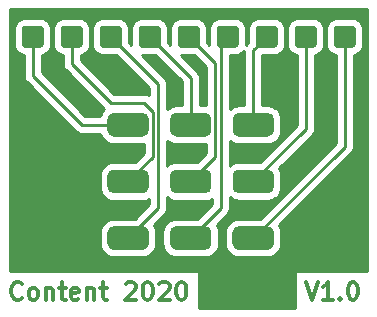
<source format=gbr>
%TF.GenerationSoftware,KiCad,Pcbnew,5.1.7*%
%TF.CreationDate,2020-10-03T21:56:47+01:00*%
%TF.ProjectId,3PDT,33504454-2e6b-4696-9361-645f70636258,V1.0*%
%TF.SameCoordinates,Original*%
%TF.FileFunction,Copper,L1,Top*%
%TF.FilePolarity,Positive*%
%FSLAX46Y46*%
G04 Gerber Fmt 4.6, Leading zero omitted, Abs format (unit mm)*
G04 Created by KiCad (PCBNEW 5.1.7) date 2020-10-03 21:56:47*
%MOMM*%
%LPD*%
G01*
G04 APERTURE LIST*
%TA.AperFunction,NonConductor*%
%ADD10C,0.300000*%
%TD*%
%TA.AperFunction,Conductor*%
%ADD11C,0.250000*%
%TD*%
%TA.AperFunction,NonConductor*%
%ADD12C,0.254000*%
%TD*%
%TA.AperFunction,NonConductor*%
%ADD13C,0.100000*%
%TD*%
G04 APERTURE END LIST*
D10*
X150622285Y-87316571D02*
X151122285Y-88816571D01*
X151622285Y-87316571D01*
X152908000Y-88816571D02*
X152050857Y-88816571D01*
X152479428Y-88816571D02*
X152479428Y-87316571D01*
X152336571Y-87530857D01*
X152193714Y-87673714D01*
X152050857Y-87745142D01*
X153550857Y-88673714D02*
X153622285Y-88745142D01*
X153550857Y-88816571D01*
X153479428Y-88745142D01*
X153550857Y-88673714D01*
X153550857Y-88816571D01*
X154550857Y-87316571D02*
X154693714Y-87316571D01*
X154836571Y-87388000D01*
X154908000Y-87459428D01*
X154979428Y-87602285D01*
X155050857Y-87888000D01*
X155050857Y-88245142D01*
X154979428Y-88530857D01*
X154908000Y-88673714D01*
X154836571Y-88745142D01*
X154693714Y-88816571D01*
X154550857Y-88816571D01*
X154408000Y-88745142D01*
X154336571Y-88673714D01*
X154265142Y-88530857D01*
X154193714Y-88245142D01*
X154193714Y-87888000D01*
X154265142Y-87602285D01*
X154336571Y-87459428D01*
X154408000Y-87388000D01*
X154550857Y-87316571D01*
X126596000Y-88673714D02*
X126524571Y-88745142D01*
X126310285Y-88816571D01*
X126167428Y-88816571D01*
X125953142Y-88745142D01*
X125810285Y-88602285D01*
X125738857Y-88459428D01*
X125667428Y-88173714D01*
X125667428Y-87959428D01*
X125738857Y-87673714D01*
X125810285Y-87530857D01*
X125953142Y-87388000D01*
X126167428Y-87316571D01*
X126310285Y-87316571D01*
X126524571Y-87388000D01*
X126596000Y-87459428D01*
X127453142Y-88816571D02*
X127310285Y-88745142D01*
X127238857Y-88673714D01*
X127167428Y-88530857D01*
X127167428Y-88102285D01*
X127238857Y-87959428D01*
X127310285Y-87888000D01*
X127453142Y-87816571D01*
X127667428Y-87816571D01*
X127810285Y-87888000D01*
X127881714Y-87959428D01*
X127953142Y-88102285D01*
X127953142Y-88530857D01*
X127881714Y-88673714D01*
X127810285Y-88745142D01*
X127667428Y-88816571D01*
X127453142Y-88816571D01*
X128596000Y-87816571D02*
X128596000Y-88816571D01*
X128596000Y-87959428D02*
X128667428Y-87888000D01*
X128810285Y-87816571D01*
X129024571Y-87816571D01*
X129167428Y-87888000D01*
X129238857Y-88030857D01*
X129238857Y-88816571D01*
X129738857Y-87816571D02*
X130310285Y-87816571D01*
X129953142Y-87316571D02*
X129953142Y-88602285D01*
X130024571Y-88745142D01*
X130167428Y-88816571D01*
X130310285Y-88816571D01*
X131381714Y-88745142D02*
X131238857Y-88816571D01*
X130953142Y-88816571D01*
X130810285Y-88745142D01*
X130738857Y-88602285D01*
X130738857Y-88030857D01*
X130810285Y-87888000D01*
X130953142Y-87816571D01*
X131238857Y-87816571D01*
X131381714Y-87888000D01*
X131453142Y-88030857D01*
X131453142Y-88173714D01*
X130738857Y-88316571D01*
X132096000Y-87816571D02*
X132096000Y-88816571D01*
X132096000Y-87959428D02*
X132167428Y-87888000D01*
X132310285Y-87816571D01*
X132524571Y-87816571D01*
X132667428Y-87888000D01*
X132738857Y-88030857D01*
X132738857Y-88816571D01*
X133238857Y-87816571D02*
X133810285Y-87816571D01*
X133453142Y-87316571D02*
X133453142Y-88602285D01*
X133524571Y-88745142D01*
X133667428Y-88816571D01*
X133810285Y-88816571D01*
X135381714Y-87459428D02*
X135453142Y-87388000D01*
X135596000Y-87316571D01*
X135953142Y-87316571D01*
X136096000Y-87388000D01*
X136167428Y-87459428D01*
X136238857Y-87602285D01*
X136238857Y-87745142D01*
X136167428Y-87959428D01*
X135310285Y-88816571D01*
X136238857Y-88816571D01*
X137167428Y-87316571D02*
X137310285Y-87316571D01*
X137453142Y-87388000D01*
X137524571Y-87459428D01*
X137596000Y-87602285D01*
X137667428Y-87888000D01*
X137667428Y-88245142D01*
X137596000Y-88530857D01*
X137524571Y-88673714D01*
X137453142Y-88745142D01*
X137310285Y-88816571D01*
X137167428Y-88816571D01*
X137024571Y-88745142D01*
X136953142Y-88673714D01*
X136881714Y-88530857D01*
X136810285Y-88245142D01*
X136810285Y-87888000D01*
X136881714Y-87602285D01*
X136953142Y-87459428D01*
X137024571Y-87388000D01*
X137167428Y-87316571D01*
X138238857Y-87459428D02*
X138310285Y-87388000D01*
X138453142Y-87316571D01*
X138810285Y-87316571D01*
X138953142Y-87388000D01*
X139024571Y-87459428D01*
X139096000Y-87602285D01*
X139096000Y-87745142D01*
X139024571Y-87959428D01*
X138167428Y-88816571D01*
X139096000Y-88816571D01*
X140024571Y-87316571D02*
X140167428Y-87316571D01*
X140310285Y-87388000D01*
X140381714Y-87459428D01*
X140453142Y-87602285D01*
X140524571Y-87888000D01*
X140524571Y-88245142D01*
X140453142Y-88530857D01*
X140381714Y-88673714D01*
X140310285Y-88745142D01*
X140167428Y-88816571D01*
X140024571Y-88816571D01*
X139881714Y-88745142D01*
X139810285Y-88673714D01*
X139738857Y-88530857D01*
X139667428Y-88245142D01*
X139667428Y-87888000D01*
X139738857Y-87602285D01*
X139810285Y-87459428D01*
X139881714Y-87388000D01*
X140024571Y-87316571D01*
%TO.P,J1,1*%
%TO.N,Net-(J1-Pad1)*%
%TA.AperFunction,ComponentPad*%
G36*
G01*
X126583000Y-67223001D02*
X126583000Y-65872999D01*
G75*
G02*
X126832999Y-65623000I249999J0D01*
G01*
X128183001Y-65623000D01*
G75*
G02*
X128433000Y-65872999I0J-249999D01*
G01*
X128433000Y-67223001D01*
G75*
G02*
X128183001Y-67473000I-249999J0D01*
G01*
X126832999Y-67473000D01*
G75*
G02*
X126583000Y-67223001I0J249999D01*
G01*
G37*
%TD.AperFunction*%
%TD*%
%TO.P,J2,1*%
%TO.N,Net-(J2-Pad1)*%
%TA.AperFunction,ComponentPad*%
G36*
G01*
X129885000Y-67223001D02*
X129885000Y-65872999D01*
G75*
G02*
X130134999Y-65623000I249999J0D01*
G01*
X131485001Y-65623000D01*
G75*
G02*
X131735000Y-65872999I0J-249999D01*
G01*
X131735000Y-67223001D01*
G75*
G02*
X131485001Y-67473000I-249999J0D01*
G01*
X130134999Y-67473000D01*
G75*
G02*
X129885000Y-67223001I0J249999D01*
G01*
G37*
%TD.AperFunction*%
%TD*%
%TO.P,J3,1*%
%TO.N,Net-(J3-Pad1)*%
%TA.AperFunction,ComponentPad*%
G36*
G01*
X133187000Y-67223001D02*
X133187000Y-65872999D01*
G75*
G02*
X133436999Y-65623000I249999J0D01*
G01*
X134787001Y-65623000D01*
G75*
G02*
X135037000Y-65872999I0J-249999D01*
G01*
X135037000Y-67223001D01*
G75*
G02*
X134787001Y-67473000I-249999J0D01*
G01*
X133436999Y-67473000D01*
G75*
G02*
X133187000Y-67223001I0J249999D01*
G01*
G37*
%TD.AperFunction*%
%TD*%
%TO.P,J4,1*%
%TO.N,Net-(J4-Pad1)*%
%TA.AperFunction,ComponentPad*%
G36*
G01*
X136489000Y-67223001D02*
X136489000Y-65872999D01*
G75*
G02*
X136738999Y-65623000I249999J0D01*
G01*
X138089001Y-65623000D01*
G75*
G02*
X138339000Y-65872999I0J-249999D01*
G01*
X138339000Y-67223001D01*
G75*
G02*
X138089001Y-67473000I-249999J0D01*
G01*
X136738999Y-67473000D01*
G75*
G02*
X136489000Y-67223001I0J249999D01*
G01*
G37*
%TD.AperFunction*%
%TD*%
%TO.P,J5,1*%
%TO.N,Net-(J5-Pad1)*%
%TA.AperFunction,ComponentPad*%
G36*
G01*
X139791000Y-67223001D02*
X139791000Y-65872999D01*
G75*
G02*
X140040999Y-65623000I249999J0D01*
G01*
X141391001Y-65623000D01*
G75*
G02*
X141641000Y-65872999I0J-249999D01*
G01*
X141641000Y-67223001D01*
G75*
G02*
X141391001Y-67473000I-249999J0D01*
G01*
X140040999Y-67473000D01*
G75*
G02*
X139791000Y-67223001I0J249999D01*
G01*
G37*
%TD.AperFunction*%
%TD*%
%TO.P,J6,1*%
%TO.N,Net-(J6-Pad1)*%
%TA.AperFunction,ComponentPad*%
G36*
G01*
X143093000Y-67223001D02*
X143093000Y-65872999D01*
G75*
G02*
X143342999Y-65623000I249999J0D01*
G01*
X144693001Y-65623000D01*
G75*
G02*
X144943000Y-65872999I0J-249999D01*
G01*
X144943000Y-67223001D01*
G75*
G02*
X144693001Y-67473000I-249999J0D01*
G01*
X143342999Y-67473000D01*
G75*
G02*
X143093000Y-67223001I0J249999D01*
G01*
G37*
%TD.AperFunction*%
%TD*%
%TO.P,J7,1*%
%TO.N,Net-(J7-Pad1)*%
%TA.AperFunction,ComponentPad*%
G36*
G01*
X146395000Y-67223001D02*
X146395000Y-65872999D01*
G75*
G02*
X146644999Y-65623000I249999J0D01*
G01*
X147995001Y-65623000D01*
G75*
G02*
X148245000Y-65872999I0J-249999D01*
G01*
X148245000Y-67223001D01*
G75*
G02*
X147995001Y-67473000I-249999J0D01*
G01*
X146644999Y-67473000D01*
G75*
G02*
X146395000Y-67223001I0J249999D01*
G01*
G37*
%TD.AperFunction*%
%TD*%
%TO.P,J8,1*%
%TO.N,Net-(J8-Pad1)*%
%TA.AperFunction,ComponentPad*%
G36*
G01*
X149697000Y-67223001D02*
X149697000Y-65872999D01*
G75*
G02*
X149946999Y-65623000I249999J0D01*
G01*
X151297001Y-65623000D01*
G75*
G02*
X151547000Y-65872999I0J-249999D01*
G01*
X151547000Y-67223001D01*
G75*
G02*
X151297001Y-67473000I-249999J0D01*
G01*
X149946999Y-67473000D01*
G75*
G02*
X149697000Y-67223001I0J249999D01*
G01*
G37*
%TD.AperFunction*%
%TD*%
%TO.P,J9,1*%
%TO.N,Net-(J9-Pad1)*%
%TA.AperFunction,ComponentPad*%
G36*
G01*
X152999000Y-67223001D02*
X152999000Y-65872999D01*
G75*
G02*
X153248999Y-65623000I249999J0D01*
G01*
X154599001Y-65623000D01*
G75*
G02*
X154849000Y-65872999I0J-249999D01*
G01*
X154849000Y-67223001D01*
G75*
G02*
X154599001Y-67473000I-249999J0D01*
G01*
X153248999Y-67473000D01*
G75*
G02*
X152999000Y-67223001I0J249999D01*
G01*
G37*
%TD.AperFunction*%
%TD*%
%TO.P,sw1,A1*%
%TO.N,Net-(J1-Pad1)*%
%TA.AperFunction,ComponentPad*%
G36*
G01*
X133840280Y-74498420D02*
X133840280Y-73498420D01*
G75*
G02*
X134340280Y-72998420I500000J0D01*
G01*
X136840280Y-72998420D01*
G75*
G02*
X137340280Y-73498420I0J-500000D01*
G01*
X137340280Y-74498420D01*
G75*
G02*
X136840280Y-74998420I-500000J0D01*
G01*
X134340280Y-74998420D01*
G75*
G02*
X133840280Y-74498420I0J500000D01*
G01*
G37*
%TD.AperFunction*%
%TO.P,sw1,A2*%
%TO.N,Net-(J2-Pad1)*%
%TA.AperFunction,ComponentPad*%
G36*
G01*
X133837740Y-79299020D02*
X133837740Y-78299020D01*
G75*
G02*
X134337740Y-77799020I500000J0D01*
G01*
X136837740Y-77799020D01*
G75*
G02*
X137337740Y-78299020I0J-500000D01*
G01*
X137337740Y-79299020D01*
G75*
G02*
X136837740Y-79799020I-500000J0D01*
G01*
X134337740Y-79799020D01*
G75*
G02*
X133837740Y-79299020I0J500000D01*
G01*
G37*
%TD.AperFunction*%
%TO.P,sw1,A3*%
%TO.N,Net-(J3-Pad1)*%
%TA.AperFunction,ComponentPad*%
G36*
G01*
X133838720Y-84093940D02*
X133838720Y-83093940D01*
G75*
G02*
X134338720Y-82593940I500000J0D01*
G01*
X136838720Y-82593940D01*
G75*
G02*
X137338720Y-83093940I0J-500000D01*
G01*
X137338720Y-84093940D01*
G75*
G02*
X136838720Y-84593940I-500000J0D01*
G01*
X134338720Y-84593940D01*
G75*
G02*
X133838720Y-84093940I0J500000D01*
G01*
G37*
%TD.AperFunction*%
%TO.P,sw1,B1*%
%TO.N,Net-(J4-Pad1)*%
%TA.AperFunction,ComponentPad*%
G36*
G01*
X139138720Y-74495880D02*
X139138720Y-73495880D01*
G75*
G02*
X139638720Y-72995880I500000J0D01*
G01*
X142138720Y-72995880D01*
G75*
G02*
X142638720Y-73495880I0J-500000D01*
G01*
X142638720Y-74495880D01*
G75*
G02*
X142138720Y-74995880I-500000J0D01*
G01*
X139638720Y-74995880D01*
G75*
G02*
X139138720Y-74495880I0J500000D01*
G01*
G37*
%TD.AperFunction*%
%TO.P,sw1,C2*%
%TO.N,Net-(J8-Pad1)*%
%TA.AperFunction,ComponentPad*%
G36*
G01*
X144432080Y-79295880D02*
X144432080Y-78295880D01*
G75*
G02*
X144932080Y-77795880I500000J0D01*
G01*
X147432080Y-77795880D01*
G75*
G02*
X147932080Y-78295880I0J-500000D01*
G01*
X147932080Y-79295880D01*
G75*
G02*
X147432080Y-79795880I-500000J0D01*
G01*
X144932080Y-79795880D01*
G75*
G02*
X144432080Y-79295880I0J500000D01*
G01*
G37*
%TD.AperFunction*%
%TO.P,sw1,B2*%
%TO.N,Net-(J5-Pad1)*%
%TA.AperFunction,ComponentPad*%
G36*
G01*
X139134520Y-79298420D02*
X139134520Y-78298420D01*
G75*
G02*
X139634520Y-77798420I500000J0D01*
G01*
X142134520Y-77798420D01*
G75*
G02*
X142634520Y-78298420I0J-500000D01*
G01*
X142634520Y-79298420D01*
G75*
G02*
X142134520Y-79798420I-500000J0D01*
G01*
X139634520Y-79798420D01*
G75*
G02*
X139134520Y-79298420I0J500000D01*
G01*
G37*
%TD.AperFunction*%
%TO.P,sw1,B3*%
%TO.N,Net-(J6-Pad1)*%
%TA.AperFunction,ComponentPad*%
G36*
G01*
X139133640Y-84086320D02*
X139133640Y-83086320D01*
G75*
G02*
X139633640Y-82586320I500000J0D01*
G01*
X142133640Y-82586320D01*
G75*
G02*
X142633640Y-83086320I0J-500000D01*
G01*
X142633640Y-84086320D01*
G75*
G02*
X142133640Y-84586320I-500000J0D01*
G01*
X139633640Y-84586320D01*
G75*
G02*
X139133640Y-84086320I0J500000D01*
G01*
G37*
%TD.AperFunction*%
%TO.P,sw1,C3*%
%TO.N,Net-(J9-Pad1)*%
%TA.AperFunction,ComponentPad*%
G36*
G01*
X144424460Y-84096480D02*
X144424460Y-83096480D01*
G75*
G02*
X144924460Y-82596480I500000J0D01*
G01*
X147424460Y-82596480D01*
G75*
G02*
X147924460Y-83096480I0J-500000D01*
G01*
X147924460Y-84096480D01*
G75*
G02*
X147424460Y-84596480I-500000J0D01*
G01*
X144924460Y-84596480D01*
G75*
G02*
X144424460Y-84096480I0J500000D01*
G01*
G37*
%TD.AperFunction*%
%TO.P,sw1,C1*%
%TO.N,Net-(J7-Pad1)*%
%TA.AperFunction,ComponentPad*%
G36*
G01*
X144431240Y-74496480D02*
X144431240Y-73496480D01*
G75*
G02*
X144931240Y-72996480I500000J0D01*
G01*
X147431240Y-72996480D01*
G75*
G02*
X147931240Y-73496480I0J-500000D01*
G01*
X147931240Y-74496480D01*
G75*
G02*
X147431240Y-74996480I-500000J0D01*
G01*
X144931240Y-74996480D01*
G75*
G02*
X144431240Y-74496480I0J500000D01*
G01*
G37*
%TD.AperFunction*%
%TD*%
D11*
%TO.N,Net-(J1-Pad1)*%
X135590280Y-73998420D02*
X131656420Y-73998420D01*
X127508000Y-69850000D02*
X127508000Y-66548000D01*
X131656420Y-73998420D02*
X127508000Y-69850000D01*
%TO.N,Net-(J2-Pad1)*%
X137665290Y-72895290D02*
X136909699Y-72139699D01*
X135587740Y-78799020D02*
X137665290Y-76721470D01*
X137665290Y-76721470D02*
X137665290Y-72895290D01*
X136909699Y-72139699D02*
X134115699Y-72139699D01*
X130810000Y-68834000D02*
X130810000Y-66548000D01*
X134115699Y-72139699D02*
X130810000Y-68834000D01*
%TO.N,Net-(J3-Pad1)*%
X138115300Y-70551300D02*
X134112000Y-66548000D01*
X138115300Y-81067360D02*
X138115300Y-70551300D01*
X135588720Y-83593940D02*
X138115300Y-81067360D01*
%TO.N,Net-(J4-Pad1)*%
X140888720Y-70022720D02*
X137414000Y-66548000D01*
X140888720Y-73995880D02*
X140888720Y-70022720D01*
%TO.N,Net-(J5-Pad1)*%
X142963730Y-68795730D02*
X140716000Y-66548000D01*
X142963730Y-76719210D02*
X142963730Y-68795730D01*
X140884520Y-78798420D02*
X142963730Y-76719210D01*
%TO.N,Net-(J6-Pad1)*%
X143413740Y-81056220D02*
X143413740Y-67152260D01*
X143413740Y-67152260D02*
X144018000Y-66548000D01*
X140883640Y-83586320D02*
X143413740Y-81056220D01*
%TO.N,Net-(J7-Pad1)*%
X146181240Y-67686760D02*
X147320000Y-66548000D01*
X146181240Y-73996480D02*
X146181240Y-67686760D01*
%TO.N,Net-(J8-Pad1)*%
X150622000Y-74355960D02*
X150622000Y-66548000D01*
X146182080Y-78795880D02*
X150622000Y-74355960D01*
%TO.N,Net-(J9-Pad1)*%
X153924000Y-75846940D02*
X153924000Y-66548000D01*
X146174460Y-83596480D02*
X153924000Y-75846940D01*
%TD*%
D12*
X155804001Y-86348000D02*
X149694429Y-86348000D01*
X149694429Y-89510000D01*
X141595286Y-89510000D01*
X141595286Y-86348000D01*
X125628000Y-86348000D01*
X125628000Y-65872999D01*
X125944928Y-65872999D01*
X125944928Y-67223001D01*
X125961992Y-67396255D01*
X126012528Y-67562851D01*
X126094595Y-67716387D01*
X126205038Y-67850962D01*
X126339613Y-67961405D01*
X126493149Y-68043472D01*
X126659745Y-68094008D01*
X126748001Y-68102700D01*
X126748000Y-69812677D01*
X126744324Y-69850000D01*
X126748000Y-69887322D01*
X126748000Y-69887332D01*
X126758997Y-69998985D01*
X126766197Y-70022719D01*
X126802454Y-70142246D01*
X126873026Y-70274276D01*
X126906420Y-70314966D01*
X126967999Y-70390001D01*
X126997003Y-70413804D01*
X131092621Y-74509423D01*
X131116419Y-74538421D01*
X131232144Y-74633394D01*
X131364173Y-74703966D01*
X131507434Y-74747423D01*
X131619087Y-74758420D01*
X131619097Y-74758420D01*
X131656420Y-74762096D01*
X131693743Y-74758420D01*
X133235595Y-74758420D01*
X133288839Y-74933941D01*
X133394008Y-75130699D01*
X133535542Y-75303158D01*
X133708001Y-75444692D01*
X133904759Y-75549861D01*
X134118253Y-75614624D01*
X134340280Y-75636492D01*
X136840280Y-75636492D01*
X136905290Y-75630089D01*
X136905290Y-76406667D01*
X136151010Y-77160948D01*
X134337740Y-77160948D01*
X134115713Y-77182816D01*
X133902219Y-77247579D01*
X133705461Y-77352748D01*
X133533002Y-77494282D01*
X133391468Y-77666741D01*
X133286299Y-77863499D01*
X133221536Y-78076993D01*
X133199668Y-78299020D01*
X133199668Y-79299020D01*
X133221536Y-79521047D01*
X133286299Y-79734541D01*
X133391468Y-79931299D01*
X133533002Y-80103758D01*
X133705461Y-80245292D01*
X133902219Y-80350461D01*
X134115713Y-80415224D01*
X134337740Y-80437092D01*
X136837740Y-80437092D01*
X137059767Y-80415224D01*
X137273261Y-80350461D01*
X137355300Y-80306610D01*
X137355300Y-80752558D01*
X136151991Y-81955868D01*
X134338720Y-81955868D01*
X134116693Y-81977736D01*
X133903199Y-82042499D01*
X133706441Y-82147668D01*
X133533982Y-82289202D01*
X133392448Y-82461661D01*
X133287279Y-82658419D01*
X133222516Y-82871913D01*
X133200648Y-83093940D01*
X133200648Y-84093940D01*
X133222516Y-84315967D01*
X133287279Y-84529461D01*
X133392448Y-84726219D01*
X133533982Y-84898678D01*
X133706441Y-85040212D01*
X133903199Y-85145381D01*
X134116693Y-85210144D01*
X134338720Y-85232012D01*
X136838720Y-85232012D01*
X137060747Y-85210144D01*
X137274241Y-85145381D01*
X137470999Y-85040212D01*
X137643458Y-84898678D01*
X137784992Y-84726219D01*
X137890161Y-84529461D01*
X137954924Y-84315967D01*
X137976792Y-84093940D01*
X137976792Y-83093940D01*
X137954924Y-82871913D01*
X137890161Y-82658419D01*
X137788757Y-82468705D01*
X138626304Y-81631158D01*
X138655301Y-81607361D01*
X138750274Y-81491636D01*
X138820846Y-81359607D01*
X138864303Y-81216346D01*
X138875300Y-81104693D01*
X138875300Y-81104685D01*
X138878976Y-81067360D01*
X138875300Y-81030035D01*
X138875300Y-80140514D01*
X139002241Y-80244692D01*
X139198999Y-80349861D01*
X139412493Y-80414624D01*
X139634520Y-80436492D01*
X142134520Y-80436492D01*
X142356547Y-80414624D01*
X142570041Y-80349861D01*
X142653740Y-80305123D01*
X142653740Y-80741418D01*
X141446911Y-81948248D01*
X139633640Y-81948248D01*
X139411613Y-81970116D01*
X139198119Y-82034879D01*
X139001361Y-82140048D01*
X138828902Y-82281582D01*
X138687368Y-82454041D01*
X138582199Y-82650799D01*
X138517436Y-82864293D01*
X138495568Y-83086320D01*
X138495568Y-84086320D01*
X138517436Y-84308347D01*
X138582199Y-84521841D01*
X138687368Y-84718599D01*
X138828902Y-84891058D01*
X139001361Y-85032592D01*
X139198119Y-85137761D01*
X139411613Y-85202524D01*
X139633640Y-85224392D01*
X142133640Y-85224392D01*
X142355667Y-85202524D01*
X142569161Y-85137761D01*
X142765919Y-85032592D01*
X142938378Y-84891058D01*
X143079912Y-84718599D01*
X143185081Y-84521841D01*
X143249844Y-84308347D01*
X143271712Y-84086320D01*
X143271712Y-83096480D01*
X143786388Y-83096480D01*
X143786388Y-84096480D01*
X143808256Y-84318507D01*
X143873019Y-84532001D01*
X143978188Y-84728759D01*
X144119722Y-84901218D01*
X144292181Y-85042752D01*
X144488939Y-85147921D01*
X144702433Y-85212684D01*
X144924460Y-85234552D01*
X147424460Y-85234552D01*
X147646487Y-85212684D01*
X147859981Y-85147921D01*
X148056739Y-85042752D01*
X148229198Y-84901218D01*
X148370732Y-84728759D01*
X148475901Y-84532001D01*
X148540664Y-84318507D01*
X148562532Y-84096480D01*
X148562532Y-83096480D01*
X148540664Y-82874453D01*
X148475901Y-82660959D01*
X148374497Y-82471244D01*
X154435004Y-76410738D01*
X154464001Y-76386941D01*
X154558974Y-76271216D01*
X154629546Y-76139187D01*
X154673003Y-75995926D01*
X154684000Y-75884273D01*
X154684000Y-75884272D01*
X154687677Y-75846940D01*
X154684000Y-75809607D01*
X154684000Y-68102700D01*
X154772255Y-68094008D01*
X154938851Y-68043472D01*
X155092387Y-67961405D01*
X155226962Y-67850962D01*
X155337405Y-67716387D01*
X155419472Y-67562851D01*
X155470008Y-67396255D01*
X155487072Y-67223001D01*
X155487072Y-65872999D01*
X155470008Y-65699745D01*
X155419472Y-65533149D01*
X155337405Y-65379613D01*
X155226962Y-65245038D01*
X155092387Y-65134595D01*
X154938851Y-65052528D01*
X154772255Y-65001992D01*
X154599001Y-64984928D01*
X153248999Y-64984928D01*
X153075745Y-65001992D01*
X152909149Y-65052528D01*
X152755613Y-65134595D01*
X152621038Y-65245038D01*
X152510595Y-65379613D01*
X152428528Y-65533149D01*
X152377992Y-65699745D01*
X152360928Y-65872999D01*
X152360928Y-67223001D01*
X152377992Y-67396255D01*
X152428528Y-67562851D01*
X152510595Y-67716387D01*
X152621038Y-67850962D01*
X152755613Y-67961405D01*
X152909149Y-68043472D01*
X153075745Y-68094008D01*
X153164001Y-68102700D01*
X153164000Y-75532138D01*
X146737731Y-81958408D01*
X144924460Y-81958408D01*
X144702433Y-81980276D01*
X144488939Y-82045039D01*
X144292181Y-82150208D01*
X144119722Y-82291742D01*
X143978188Y-82464201D01*
X143873019Y-82660959D01*
X143808256Y-82874453D01*
X143786388Y-83096480D01*
X143271712Y-83096480D01*
X143271712Y-83086320D01*
X143249844Y-82864293D01*
X143185081Y-82650799D01*
X143083677Y-82461085D01*
X143924744Y-81620018D01*
X143953741Y-81596221D01*
X144048714Y-81480496D01*
X144119286Y-81348467D01*
X144162743Y-81205206D01*
X144173740Y-81093553D01*
X144173740Y-81093545D01*
X144177416Y-81056220D01*
X144173740Y-81018895D01*
X144173740Y-80138696D01*
X144299801Y-80242152D01*
X144496559Y-80347321D01*
X144710053Y-80412084D01*
X144932080Y-80433952D01*
X147432080Y-80433952D01*
X147654107Y-80412084D01*
X147867601Y-80347321D01*
X148064359Y-80242152D01*
X148236818Y-80100618D01*
X148378352Y-79928159D01*
X148483521Y-79731401D01*
X148548284Y-79517907D01*
X148570152Y-79295880D01*
X148570152Y-78295880D01*
X148548284Y-78073853D01*
X148483521Y-77860359D01*
X148382117Y-77670645D01*
X151133004Y-74919758D01*
X151162001Y-74895961D01*
X151188332Y-74863877D01*
X151256974Y-74780237D01*
X151327546Y-74648207D01*
X151332810Y-74630854D01*
X151371003Y-74504946D01*
X151382000Y-74393293D01*
X151382000Y-74393284D01*
X151385676Y-74355961D01*
X151382000Y-74318638D01*
X151382000Y-68102700D01*
X151470255Y-68094008D01*
X151636851Y-68043472D01*
X151790387Y-67961405D01*
X151924962Y-67850962D01*
X152035405Y-67716387D01*
X152117472Y-67562851D01*
X152168008Y-67396255D01*
X152185072Y-67223001D01*
X152185072Y-65872999D01*
X152168008Y-65699745D01*
X152117472Y-65533149D01*
X152035405Y-65379613D01*
X151924962Y-65245038D01*
X151790387Y-65134595D01*
X151636851Y-65052528D01*
X151470255Y-65001992D01*
X151297001Y-64984928D01*
X149946999Y-64984928D01*
X149773745Y-65001992D01*
X149607149Y-65052528D01*
X149453613Y-65134595D01*
X149319038Y-65245038D01*
X149208595Y-65379613D01*
X149126528Y-65533149D01*
X149075992Y-65699745D01*
X149058928Y-65872999D01*
X149058928Y-67223001D01*
X149075992Y-67396255D01*
X149126528Y-67562851D01*
X149208595Y-67716387D01*
X149319038Y-67850962D01*
X149453613Y-67961405D01*
X149607149Y-68043472D01*
X149773745Y-68094008D01*
X149862001Y-68102700D01*
X149862000Y-74041158D01*
X146745351Y-77157808D01*
X144932080Y-77157808D01*
X144710053Y-77179676D01*
X144496559Y-77244439D01*
X144299801Y-77349608D01*
X144173740Y-77453064D01*
X144173740Y-75339985D01*
X144298961Y-75442752D01*
X144495719Y-75547921D01*
X144709213Y-75612684D01*
X144931240Y-75634552D01*
X147431240Y-75634552D01*
X147653267Y-75612684D01*
X147866761Y-75547921D01*
X148063519Y-75442752D01*
X148235978Y-75301218D01*
X148377512Y-75128759D01*
X148482681Y-74932001D01*
X148547444Y-74718507D01*
X148569312Y-74496480D01*
X148569312Y-73496480D01*
X148547444Y-73274453D01*
X148482681Y-73060959D01*
X148377512Y-72864201D01*
X148235978Y-72691742D01*
X148063519Y-72550208D01*
X147866761Y-72445039D01*
X147653267Y-72380276D01*
X147431240Y-72358408D01*
X146941240Y-72358408D01*
X146941240Y-68111072D01*
X147995001Y-68111072D01*
X148168255Y-68094008D01*
X148334851Y-68043472D01*
X148488387Y-67961405D01*
X148622962Y-67850962D01*
X148733405Y-67716387D01*
X148815472Y-67562851D01*
X148866008Y-67396255D01*
X148883072Y-67223001D01*
X148883072Y-65872999D01*
X148866008Y-65699745D01*
X148815472Y-65533149D01*
X148733405Y-65379613D01*
X148622962Y-65245038D01*
X148488387Y-65134595D01*
X148334851Y-65052528D01*
X148168255Y-65001992D01*
X147995001Y-64984928D01*
X146644999Y-64984928D01*
X146471745Y-65001992D01*
X146305149Y-65052528D01*
X146151613Y-65134595D01*
X146017038Y-65245038D01*
X145906595Y-65379613D01*
X145824528Y-65533149D01*
X145773992Y-65699745D01*
X145756928Y-65872999D01*
X145756928Y-67036271D01*
X145670238Y-67122961D01*
X145641240Y-67146759D01*
X145617442Y-67175757D01*
X145617441Y-67175758D01*
X145581072Y-67220073D01*
X145581072Y-65872999D01*
X145564008Y-65699745D01*
X145513472Y-65533149D01*
X145431405Y-65379613D01*
X145320962Y-65245038D01*
X145186387Y-65134595D01*
X145032851Y-65052528D01*
X144866255Y-65001992D01*
X144693001Y-64984928D01*
X143342999Y-64984928D01*
X143169745Y-65001992D01*
X143003149Y-65052528D01*
X142849613Y-65134595D01*
X142715038Y-65245038D01*
X142604595Y-65379613D01*
X142522528Y-65533149D01*
X142471992Y-65699745D01*
X142454928Y-65872999D01*
X142454928Y-67212126D01*
X142279072Y-67036271D01*
X142279072Y-65872999D01*
X142262008Y-65699745D01*
X142211472Y-65533149D01*
X142129405Y-65379613D01*
X142018962Y-65245038D01*
X141884387Y-65134595D01*
X141730851Y-65052528D01*
X141564255Y-65001992D01*
X141391001Y-64984928D01*
X140040999Y-64984928D01*
X139867745Y-65001992D01*
X139701149Y-65052528D01*
X139547613Y-65134595D01*
X139413038Y-65245038D01*
X139302595Y-65379613D01*
X139220528Y-65533149D01*
X139169992Y-65699745D01*
X139152928Y-65872999D01*
X139152928Y-67212127D01*
X138977072Y-67036271D01*
X138977072Y-65872999D01*
X138960008Y-65699745D01*
X138909472Y-65533149D01*
X138827405Y-65379613D01*
X138716962Y-65245038D01*
X138582387Y-65134595D01*
X138428851Y-65052528D01*
X138262255Y-65001992D01*
X138089001Y-64984928D01*
X136738999Y-64984928D01*
X136565745Y-65001992D01*
X136399149Y-65052528D01*
X136245613Y-65134595D01*
X136111038Y-65245038D01*
X136000595Y-65379613D01*
X135918528Y-65533149D01*
X135867992Y-65699745D01*
X135850928Y-65872999D01*
X135850928Y-67212127D01*
X135675072Y-67036271D01*
X135675072Y-65872999D01*
X135658008Y-65699745D01*
X135607472Y-65533149D01*
X135525405Y-65379613D01*
X135414962Y-65245038D01*
X135280387Y-65134595D01*
X135126851Y-65052528D01*
X134960255Y-65001992D01*
X134787001Y-64984928D01*
X133436999Y-64984928D01*
X133263745Y-65001992D01*
X133097149Y-65052528D01*
X132943613Y-65134595D01*
X132809038Y-65245038D01*
X132698595Y-65379613D01*
X132616528Y-65533149D01*
X132565992Y-65699745D01*
X132548928Y-65872999D01*
X132548928Y-67223001D01*
X132565992Y-67396255D01*
X132616528Y-67562851D01*
X132698595Y-67716387D01*
X132809038Y-67850962D01*
X132943613Y-67961405D01*
X133097149Y-68043472D01*
X133263745Y-68094008D01*
X133436999Y-68111072D01*
X134600271Y-68111072D01*
X137355301Y-70866103D01*
X137355301Y-71522227D01*
X137333975Y-71504725D01*
X137201946Y-71434153D01*
X137058685Y-71390696D01*
X136947032Y-71379699D01*
X136947021Y-71379699D01*
X136909699Y-71376023D01*
X136872377Y-71379699D01*
X134430501Y-71379699D01*
X131570000Y-68519199D01*
X131570000Y-68102700D01*
X131658255Y-68094008D01*
X131824851Y-68043472D01*
X131978387Y-67961405D01*
X132112962Y-67850962D01*
X132223405Y-67716387D01*
X132305472Y-67562851D01*
X132356008Y-67396255D01*
X132373072Y-67223001D01*
X132373072Y-65872999D01*
X132356008Y-65699745D01*
X132305472Y-65533149D01*
X132223405Y-65379613D01*
X132112962Y-65245038D01*
X131978387Y-65134595D01*
X131824851Y-65052528D01*
X131658255Y-65001992D01*
X131485001Y-64984928D01*
X130134999Y-64984928D01*
X129961745Y-65001992D01*
X129795149Y-65052528D01*
X129641613Y-65134595D01*
X129507038Y-65245038D01*
X129396595Y-65379613D01*
X129314528Y-65533149D01*
X129263992Y-65699745D01*
X129246928Y-65872999D01*
X129246928Y-67223001D01*
X129263992Y-67396255D01*
X129314528Y-67562851D01*
X129396595Y-67716387D01*
X129507038Y-67850962D01*
X129641613Y-67961405D01*
X129795149Y-68043472D01*
X129961745Y-68094008D01*
X130050000Y-68102700D01*
X130050000Y-68796677D01*
X130046324Y-68834000D01*
X130050000Y-68871322D01*
X130050000Y-68871332D01*
X130060997Y-68982985D01*
X130092344Y-69086324D01*
X130104454Y-69126246D01*
X130175026Y-69258276D01*
X130197944Y-69286201D01*
X130269999Y-69374001D01*
X130299003Y-69397804D01*
X133551899Y-72650701D01*
X133566394Y-72668363D01*
X133535542Y-72693682D01*
X133394008Y-72866141D01*
X133288839Y-73062899D01*
X133235595Y-73238420D01*
X131971222Y-73238420D01*
X128268000Y-69535199D01*
X128268000Y-68102700D01*
X128356255Y-68094008D01*
X128522851Y-68043472D01*
X128676387Y-67961405D01*
X128810962Y-67850962D01*
X128921405Y-67716387D01*
X129003472Y-67562851D01*
X129054008Y-67396255D01*
X129071072Y-67223001D01*
X129071072Y-65872999D01*
X129054008Y-65699745D01*
X129003472Y-65533149D01*
X128921405Y-65379613D01*
X128810962Y-65245038D01*
X128676387Y-65134595D01*
X128522851Y-65052528D01*
X128356255Y-65001992D01*
X128183001Y-64984928D01*
X126832999Y-64984928D01*
X126659745Y-65001992D01*
X126493149Y-65052528D01*
X126339613Y-65134595D01*
X126205038Y-65245038D01*
X126094595Y-65379613D01*
X126012528Y-65533149D01*
X125961992Y-65699745D01*
X125944928Y-65872999D01*
X125628000Y-65872999D01*
X125628000Y-64160000D01*
X155804000Y-64160000D01*
X155804001Y-86348000D01*
%TA.AperFunction,NonConductor*%
D13*
G36*
X155804001Y-86348000D02*
G01*
X149694429Y-86348000D01*
X149694429Y-89510000D01*
X141595286Y-89510000D01*
X141595286Y-86348000D01*
X125628000Y-86348000D01*
X125628000Y-65872999D01*
X125944928Y-65872999D01*
X125944928Y-67223001D01*
X125961992Y-67396255D01*
X126012528Y-67562851D01*
X126094595Y-67716387D01*
X126205038Y-67850962D01*
X126339613Y-67961405D01*
X126493149Y-68043472D01*
X126659745Y-68094008D01*
X126748001Y-68102700D01*
X126748000Y-69812677D01*
X126744324Y-69850000D01*
X126748000Y-69887322D01*
X126748000Y-69887332D01*
X126758997Y-69998985D01*
X126766197Y-70022719D01*
X126802454Y-70142246D01*
X126873026Y-70274276D01*
X126906420Y-70314966D01*
X126967999Y-70390001D01*
X126997003Y-70413804D01*
X131092621Y-74509423D01*
X131116419Y-74538421D01*
X131232144Y-74633394D01*
X131364173Y-74703966D01*
X131507434Y-74747423D01*
X131619087Y-74758420D01*
X131619097Y-74758420D01*
X131656420Y-74762096D01*
X131693743Y-74758420D01*
X133235595Y-74758420D01*
X133288839Y-74933941D01*
X133394008Y-75130699D01*
X133535542Y-75303158D01*
X133708001Y-75444692D01*
X133904759Y-75549861D01*
X134118253Y-75614624D01*
X134340280Y-75636492D01*
X136840280Y-75636492D01*
X136905290Y-75630089D01*
X136905290Y-76406667D01*
X136151010Y-77160948D01*
X134337740Y-77160948D01*
X134115713Y-77182816D01*
X133902219Y-77247579D01*
X133705461Y-77352748D01*
X133533002Y-77494282D01*
X133391468Y-77666741D01*
X133286299Y-77863499D01*
X133221536Y-78076993D01*
X133199668Y-78299020D01*
X133199668Y-79299020D01*
X133221536Y-79521047D01*
X133286299Y-79734541D01*
X133391468Y-79931299D01*
X133533002Y-80103758D01*
X133705461Y-80245292D01*
X133902219Y-80350461D01*
X134115713Y-80415224D01*
X134337740Y-80437092D01*
X136837740Y-80437092D01*
X137059767Y-80415224D01*
X137273261Y-80350461D01*
X137355300Y-80306610D01*
X137355300Y-80752558D01*
X136151991Y-81955868D01*
X134338720Y-81955868D01*
X134116693Y-81977736D01*
X133903199Y-82042499D01*
X133706441Y-82147668D01*
X133533982Y-82289202D01*
X133392448Y-82461661D01*
X133287279Y-82658419D01*
X133222516Y-82871913D01*
X133200648Y-83093940D01*
X133200648Y-84093940D01*
X133222516Y-84315967D01*
X133287279Y-84529461D01*
X133392448Y-84726219D01*
X133533982Y-84898678D01*
X133706441Y-85040212D01*
X133903199Y-85145381D01*
X134116693Y-85210144D01*
X134338720Y-85232012D01*
X136838720Y-85232012D01*
X137060747Y-85210144D01*
X137274241Y-85145381D01*
X137470999Y-85040212D01*
X137643458Y-84898678D01*
X137784992Y-84726219D01*
X137890161Y-84529461D01*
X137954924Y-84315967D01*
X137976792Y-84093940D01*
X137976792Y-83093940D01*
X137954924Y-82871913D01*
X137890161Y-82658419D01*
X137788757Y-82468705D01*
X138626304Y-81631158D01*
X138655301Y-81607361D01*
X138750274Y-81491636D01*
X138820846Y-81359607D01*
X138864303Y-81216346D01*
X138875300Y-81104693D01*
X138875300Y-81104685D01*
X138878976Y-81067360D01*
X138875300Y-81030035D01*
X138875300Y-80140514D01*
X139002241Y-80244692D01*
X139198999Y-80349861D01*
X139412493Y-80414624D01*
X139634520Y-80436492D01*
X142134520Y-80436492D01*
X142356547Y-80414624D01*
X142570041Y-80349861D01*
X142653740Y-80305123D01*
X142653740Y-80741418D01*
X141446911Y-81948248D01*
X139633640Y-81948248D01*
X139411613Y-81970116D01*
X139198119Y-82034879D01*
X139001361Y-82140048D01*
X138828902Y-82281582D01*
X138687368Y-82454041D01*
X138582199Y-82650799D01*
X138517436Y-82864293D01*
X138495568Y-83086320D01*
X138495568Y-84086320D01*
X138517436Y-84308347D01*
X138582199Y-84521841D01*
X138687368Y-84718599D01*
X138828902Y-84891058D01*
X139001361Y-85032592D01*
X139198119Y-85137761D01*
X139411613Y-85202524D01*
X139633640Y-85224392D01*
X142133640Y-85224392D01*
X142355667Y-85202524D01*
X142569161Y-85137761D01*
X142765919Y-85032592D01*
X142938378Y-84891058D01*
X143079912Y-84718599D01*
X143185081Y-84521841D01*
X143249844Y-84308347D01*
X143271712Y-84086320D01*
X143271712Y-83096480D01*
X143786388Y-83096480D01*
X143786388Y-84096480D01*
X143808256Y-84318507D01*
X143873019Y-84532001D01*
X143978188Y-84728759D01*
X144119722Y-84901218D01*
X144292181Y-85042752D01*
X144488939Y-85147921D01*
X144702433Y-85212684D01*
X144924460Y-85234552D01*
X147424460Y-85234552D01*
X147646487Y-85212684D01*
X147859981Y-85147921D01*
X148056739Y-85042752D01*
X148229198Y-84901218D01*
X148370732Y-84728759D01*
X148475901Y-84532001D01*
X148540664Y-84318507D01*
X148562532Y-84096480D01*
X148562532Y-83096480D01*
X148540664Y-82874453D01*
X148475901Y-82660959D01*
X148374497Y-82471244D01*
X154435004Y-76410738D01*
X154464001Y-76386941D01*
X154558974Y-76271216D01*
X154629546Y-76139187D01*
X154673003Y-75995926D01*
X154684000Y-75884273D01*
X154684000Y-75884272D01*
X154687677Y-75846940D01*
X154684000Y-75809607D01*
X154684000Y-68102700D01*
X154772255Y-68094008D01*
X154938851Y-68043472D01*
X155092387Y-67961405D01*
X155226962Y-67850962D01*
X155337405Y-67716387D01*
X155419472Y-67562851D01*
X155470008Y-67396255D01*
X155487072Y-67223001D01*
X155487072Y-65872999D01*
X155470008Y-65699745D01*
X155419472Y-65533149D01*
X155337405Y-65379613D01*
X155226962Y-65245038D01*
X155092387Y-65134595D01*
X154938851Y-65052528D01*
X154772255Y-65001992D01*
X154599001Y-64984928D01*
X153248999Y-64984928D01*
X153075745Y-65001992D01*
X152909149Y-65052528D01*
X152755613Y-65134595D01*
X152621038Y-65245038D01*
X152510595Y-65379613D01*
X152428528Y-65533149D01*
X152377992Y-65699745D01*
X152360928Y-65872999D01*
X152360928Y-67223001D01*
X152377992Y-67396255D01*
X152428528Y-67562851D01*
X152510595Y-67716387D01*
X152621038Y-67850962D01*
X152755613Y-67961405D01*
X152909149Y-68043472D01*
X153075745Y-68094008D01*
X153164001Y-68102700D01*
X153164000Y-75532138D01*
X146737731Y-81958408D01*
X144924460Y-81958408D01*
X144702433Y-81980276D01*
X144488939Y-82045039D01*
X144292181Y-82150208D01*
X144119722Y-82291742D01*
X143978188Y-82464201D01*
X143873019Y-82660959D01*
X143808256Y-82874453D01*
X143786388Y-83096480D01*
X143271712Y-83096480D01*
X143271712Y-83086320D01*
X143249844Y-82864293D01*
X143185081Y-82650799D01*
X143083677Y-82461085D01*
X143924744Y-81620018D01*
X143953741Y-81596221D01*
X144048714Y-81480496D01*
X144119286Y-81348467D01*
X144162743Y-81205206D01*
X144173740Y-81093553D01*
X144173740Y-81093545D01*
X144177416Y-81056220D01*
X144173740Y-81018895D01*
X144173740Y-80138696D01*
X144299801Y-80242152D01*
X144496559Y-80347321D01*
X144710053Y-80412084D01*
X144932080Y-80433952D01*
X147432080Y-80433952D01*
X147654107Y-80412084D01*
X147867601Y-80347321D01*
X148064359Y-80242152D01*
X148236818Y-80100618D01*
X148378352Y-79928159D01*
X148483521Y-79731401D01*
X148548284Y-79517907D01*
X148570152Y-79295880D01*
X148570152Y-78295880D01*
X148548284Y-78073853D01*
X148483521Y-77860359D01*
X148382117Y-77670645D01*
X151133004Y-74919758D01*
X151162001Y-74895961D01*
X151188332Y-74863877D01*
X151256974Y-74780237D01*
X151327546Y-74648207D01*
X151332810Y-74630854D01*
X151371003Y-74504946D01*
X151382000Y-74393293D01*
X151382000Y-74393284D01*
X151385676Y-74355961D01*
X151382000Y-74318638D01*
X151382000Y-68102700D01*
X151470255Y-68094008D01*
X151636851Y-68043472D01*
X151790387Y-67961405D01*
X151924962Y-67850962D01*
X152035405Y-67716387D01*
X152117472Y-67562851D01*
X152168008Y-67396255D01*
X152185072Y-67223001D01*
X152185072Y-65872999D01*
X152168008Y-65699745D01*
X152117472Y-65533149D01*
X152035405Y-65379613D01*
X151924962Y-65245038D01*
X151790387Y-65134595D01*
X151636851Y-65052528D01*
X151470255Y-65001992D01*
X151297001Y-64984928D01*
X149946999Y-64984928D01*
X149773745Y-65001992D01*
X149607149Y-65052528D01*
X149453613Y-65134595D01*
X149319038Y-65245038D01*
X149208595Y-65379613D01*
X149126528Y-65533149D01*
X149075992Y-65699745D01*
X149058928Y-65872999D01*
X149058928Y-67223001D01*
X149075992Y-67396255D01*
X149126528Y-67562851D01*
X149208595Y-67716387D01*
X149319038Y-67850962D01*
X149453613Y-67961405D01*
X149607149Y-68043472D01*
X149773745Y-68094008D01*
X149862001Y-68102700D01*
X149862000Y-74041158D01*
X146745351Y-77157808D01*
X144932080Y-77157808D01*
X144710053Y-77179676D01*
X144496559Y-77244439D01*
X144299801Y-77349608D01*
X144173740Y-77453064D01*
X144173740Y-75339985D01*
X144298961Y-75442752D01*
X144495719Y-75547921D01*
X144709213Y-75612684D01*
X144931240Y-75634552D01*
X147431240Y-75634552D01*
X147653267Y-75612684D01*
X147866761Y-75547921D01*
X148063519Y-75442752D01*
X148235978Y-75301218D01*
X148377512Y-75128759D01*
X148482681Y-74932001D01*
X148547444Y-74718507D01*
X148569312Y-74496480D01*
X148569312Y-73496480D01*
X148547444Y-73274453D01*
X148482681Y-73060959D01*
X148377512Y-72864201D01*
X148235978Y-72691742D01*
X148063519Y-72550208D01*
X147866761Y-72445039D01*
X147653267Y-72380276D01*
X147431240Y-72358408D01*
X146941240Y-72358408D01*
X146941240Y-68111072D01*
X147995001Y-68111072D01*
X148168255Y-68094008D01*
X148334851Y-68043472D01*
X148488387Y-67961405D01*
X148622962Y-67850962D01*
X148733405Y-67716387D01*
X148815472Y-67562851D01*
X148866008Y-67396255D01*
X148883072Y-67223001D01*
X148883072Y-65872999D01*
X148866008Y-65699745D01*
X148815472Y-65533149D01*
X148733405Y-65379613D01*
X148622962Y-65245038D01*
X148488387Y-65134595D01*
X148334851Y-65052528D01*
X148168255Y-65001992D01*
X147995001Y-64984928D01*
X146644999Y-64984928D01*
X146471745Y-65001992D01*
X146305149Y-65052528D01*
X146151613Y-65134595D01*
X146017038Y-65245038D01*
X145906595Y-65379613D01*
X145824528Y-65533149D01*
X145773992Y-65699745D01*
X145756928Y-65872999D01*
X145756928Y-67036271D01*
X145670238Y-67122961D01*
X145641240Y-67146759D01*
X145617442Y-67175757D01*
X145617441Y-67175758D01*
X145581072Y-67220073D01*
X145581072Y-65872999D01*
X145564008Y-65699745D01*
X145513472Y-65533149D01*
X145431405Y-65379613D01*
X145320962Y-65245038D01*
X145186387Y-65134595D01*
X145032851Y-65052528D01*
X144866255Y-65001992D01*
X144693001Y-64984928D01*
X143342999Y-64984928D01*
X143169745Y-65001992D01*
X143003149Y-65052528D01*
X142849613Y-65134595D01*
X142715038Y-65245038D01*
X142604595Y-65379613D01*
X142522528Y-65533149D01*
X142471992Y-65699745D01*
X142454928Y-65872999D01*
X142454928Y-67212126D01*
X142279072Y-67036271D01*
X142279072Y-65872999D01*
X142262008Y-65699745D01*
X142211472Y-65533149D01*
X142129405Y-65379613D01*
X142018962Y-65245038D01*
X141884387Y-65134595D01*
X141730851Y-65052528D01*
X141564255Y-65001992D01*
X141391001Y-64984928D01*
X140040999Y-64984928D01*
X139867745Y-65001992D01*
X139701149Y-65052528D01*
X139547613Y-65134595D01*
X139413038Y-65245038D01*
X139302595Y-65379613D01*
X139220528Y-65533149D01*
X139169992Y-65699745D01*
X139152928Y-65872999D01*
X139152928Y-67212127D01*
X138977072Y-67036271D01*
X138977072Y-65872999D01*
X138960008Y-65699745D01*
X138909472Y-65533149D01*
X138827405Y-65379613D01*
X138716962Y-65245038D01*
X138582387Y-65134595D01*
X138428851Y-65052528D01*
X138262255Y-65001992D01*
X138089001Y-64984928D01*
X136738999Y-64984928D01*
X136565745Y-65001992D01*
X136399149Y-65052528D01*
X136245613Y-65134595D01*
X136111038Y-65245038D01*
X136000595Y-65379613D01*
X135918528Y-65533149D01*
X135867992Y-65699745D01*
X135850928Y-65872999D01*
X135850928Y-67212127D01*
X135675072Y-67036271D01*
X135675072Y-65872999D01*
X135658008Y-65699745D01*
X135607472Y-65533149D01*
X135525405Y-65379613D01*
X135414962Y-65245038D01*
X135280387Y-65134595D01*
X135126851Y-65052528D01*
X134960255Y-65001992D01*
X134787001Y-64984928D01*
X133436999Y-64984928D01*
X133263745Y-65001992D01*
X133097149Y-65052528D01*
X132943613Y-65134595D01*
X132809038Y-65245038D01*
X132698595Y-65379613D01*
X132616528Y-65533149D01*
X132565992Y-65699745D01*
X132548928Y-65872999D01*
X132548928Y-67223001D01*
X132565992Y-67396255D01*
X132616528Y-67562851D01*
X132698595Y-67716387D01*
X132809038Y-67850962D01*
X132943613Y-67961405D01*
X133097149Y-68043472D01*
X133263745Y-68094008D01*
X133436999Y-68111072D01*
X134600271Y-68111072D01*
X137355301Y-70866103D01*
X137355301Y-71522227D01*
X137333975Y-71504725D01*
X137201946Y-71434153D01*
X137058685Y-71390696D01*
X136947032Y-71379699D01*
X136947021Y-71379699D01*
X136909699Y-71376023D01*
X136872377Y-71379699D01*
X134430501Y-71379699D01*
X131570000Y-68519199D01*
X131570000Y-68102700D01*
X131658255Y-68094008D01*
X131824851Y-68043472D01*
X131978387Y-67961405D01*
X132112962Y-67850962D01*
X132223405Y-67716387D01*
X132305472Y-67562851D01*
X132356008Y-67396255D01*
X132373072Y-67223001D01*
X132373072Y-65872999D01*
X132356008Y-65699745D01*
X132305472Y-65533149D01*
X132223405Y-65379613D01*
X132112962Y-65245038D01*
X131978387Y-65134595D01*
X131824851Y-65052528D01*
X131658255Y-65001992D01*
X131485001Y-64984928D01*
X130134999Y-64984928D01*
X129961745Y-65001992D01*
X129795149Y-65052528D01*
X129641613Y-65134595D01*
X129507038Y-65245038D01*
X129396595Y-65379613D01*
X129314528Y-65533149D01*
X129263992Y-65699745D01*
X129246928Y-65872999D01*
X129246928Y-67223001D01*
X129263992Y-67396255D01*
X129314528Y-67562851D01*
X129396595Y-67716387D01*
X129507038Y-67850962D01*
X129641613Y-67961405D01*
X129795149Y-68043472D01*
X129961745Y-68094008D01*
X130050000Y-68102700D01*
X130050000Y-68796677D01*
X130046324Y-68834000D01*
X130050000Y-68871322D01*
X130050000Y-68871332D01*
X130060997Y-68982985D01*
X130092344Y-69086324D01*
X130104454Y-69126246D01*
X130175026Y-69258276D01*
X130197944Y-69286201D01*
X130269999Y-69374001D01*
X130299003Y-69397804D01*
X133551899Y-72650701D01*
X133566394Y-72668363D01*
X133535542Y-72693682D01*
X133394008Y-72866141D01*
X133288839Y-73062899D01*
X133235595Y-73238420D01*
X131971222Y-73238420D01*
X128268000Y-69535199D01*
X128268000Y-68102700D01*
X128356255Y-68094008D01*
X128522851Y-68043472D01*
X128676387Y-67961405D01*
X128810962Y-67850962D01*
X128921405Y-67716387D01*
X129003472Y-67562851D01*
X129054008Y-67396255D01*
X129071072Y-67223001D01*
X129071072Y-65872999D01*
X129054008Y-65699745D01*
X129003472Y-65533149D01*
X128921405Y-65379613D01*
X128810962Y-65245038D01*
X128676387Y-65134595D01*
X128522851Y-65052528D01*
X128356255Y-65001992D01*
X128183001Y-64984928D01*
X126832999Y-64984928D01*
X126659745Y-65001992D01*
X126493149Y-65052528D01*
X126339613Y-65134595D01*
X126205038Y-65245038D01*
X126094595Y-65379613D01*
X126012528Y-65533149D01*
X125961992Y-65699745D01*
X125944928Y-65872999D01*
X125628000Y-65872999D01*
X125628000Y-64160000D01*
X155804000Y-64160000D01*
X155804001Y-86348000D01*
G37*
%TD.AperFunction*%
D12*
X139006441Y-75442152D02*
X139203199Y-75547321D01*
X139416693Y-75612084D01*
X139638720Y-75633952D01*
X142138720Y-75633952D01*
X142203730Y-75627549D01*
X142203730Y-76404408D01*
X141447790Y-77160348D01*
X139634520Y-77160348D01*
X139412493Y-77182216D01*
X139198999Y-77246979D01*
X139002241Y-77352148D01*
X138875300Y-77456326D01*
X138875300Y-75334527D01*
X139006441Y-75442152D01*
%TA.AperFunction,NonConductor*%
D13*
G36*
X139006441Y-75442152D02*
G01*
X139203199Y-75547321D01*
X139416693Y-75612084D01*
X139638720Y-75633952D01*
X142138720Y-75633952D01*
X142203730Y-75627549D01*
X142203730Y-76404408D01*
X141447790Y-77160348D01*
X139634520Y-77160348D01*
X139412493Y-77182216D01*
X139198999Y-77246979D01*
X139002241Y-77352148D01*
X138875300Y-77456326D01*
X138875300Y-75334527D01*
X139006441Y-75442152D01*
G37*
%TD.AperFunction*%
D12*
X140128721Y-70337523D02*
X140128720Y-72357808D01*
X139638720Y-72357808D01*
X139416693Y-72379676D01*
X139203199Y-72444439D01*
X139006441Y-72549608D01*
X138875300Y-72657233D01*
X138875300Y-70588622D01*
X138878976Y-70551299D01*
X138875300Y-70513976D01*
X138875300Y-70513967D01*
X138864303Y-70402314D01*
X138820846Y-70259053D01*
X138758411Y-70142247D01*
X138750274Y-70127023D01*
X138679099Y-70040297D01*
X138655301Y-70011299D01*
X138626303Y-69987501D01*
X136749874Y-68111072D01*
X137902271Y-68111072D01*
X140128721Y-70337523D01*
%TA.AperFunction,NonConductor*%
D13*
G36*
X140128721Y-70337523D02*
G01*
X140128720Y-72357808D01*
X139638720Y-72357808D01*
X139416693Y-72379676D01*
X139203199Y-72444439D01*
X139006441Y-72549608D01*
X138875300Y-72657233D01*
X138875300Y-70588622D01*
X138878976Y-70551299D01*
X138875300Y-70513976D01*
X138875300Y-70513967D01*
X138864303Y-70402314D01*
X138820846Y-70259053D01*
X138758411Y-70142247D01*
X138750274Y-70127023D01*
X138679099Y-70040297D01*
X138655301Y-70011299D01*
X138626303Y-69987501D01*
X136749874Y-68111072D01*
X137902271Y-68111072D01*
X140128721Y-70337523D01*
G37*
%TD.AperFunction*%
D12*
X145421240Y-72358408D02*
X144931240Y-72358408D01*
X144709213Y-72380276D01*
X144495719Y-72445039D01*
X144298961Y-72550208D01*
X144173740Y-72652975D01*
X144173740Y-68111072D01*
X144693001Y-68111072D01*
X144866255Y-68094008D01*
X145032851Y-68043472D01*
X145186387Y-67961405D01*
X145320962Y-67850962D01*
X145421241Y-67728772D01*
X145421240Y-72358408D01*
%TA.AperFunction,NonConductor*%
D13*
G36*
X145421240Y-72358408D02*
G01*
X144931240Y-72358408D01*
X144709213Y-72380276D01*
X144495719Y-72445039D01*
X144298961Y-72550208D01*
X144173740Y-72652975D01*
X144173740Y-68111072D01*
X144693001Y-68111072D01*
X144866255Y-68094008D01*
X145032851Y-68043472D01*
X145186387Y-67961405D01*
X145320962Y-67850962D01*
X145421241Y-67728772D01*
X145421240Y-72358408D01*
G37*
%TD.AperFunction*%
D12*
X142203731Y-69110533D02*
X142203731Y-72364211D01*
X142138720Y-72357808D01*
X141648720Y-72357808D01*
X141648720Y-70060042D01*
X141652396Y-70022719D01*
X141648720Y-69985396D01*
X141648720Y-69985387D01*
X141637723Y-69873734D01*
X141594266Y-69730473D01*
X141578520Y-69701015D01*
X141523694Y-69598443D01*
X141452519Y-69511717D01*
X141428721Y-69482719D01*
X141399723Y-69458921D01*
X140051874Y-68111072D01*
X141204271Y-68111072D01*
X142203731Y-69110533D01*
%TA.AperFunction,NonConductor*%
D13*
G36*
X142203731Y-69110533D02*
G01*
X142203731Y-72364211D01*
X142138720Y-72357808D01*
X141648720Y-72357808D01*
X141648720Y-70060042D01*
X141652396Y-70022719D01*
X141648720Y-69985396D01*
X141648720Y-69985387D01*
X141637723Y-69873734D01*
X141594266Y-69730473D01*
X141578520Y-69701015D01*
X141523694Y-69598443D01*
X141452519Y-69511717D01*
X141428721Y-69482719D01*
X141399723Y-69458921D01*
X140051874Y-68111072D01*
X141204271Y-68111072D01*
X142203731Y-69110533D01*
G37*
%TD.AperFunction*%
M02*

</source>
